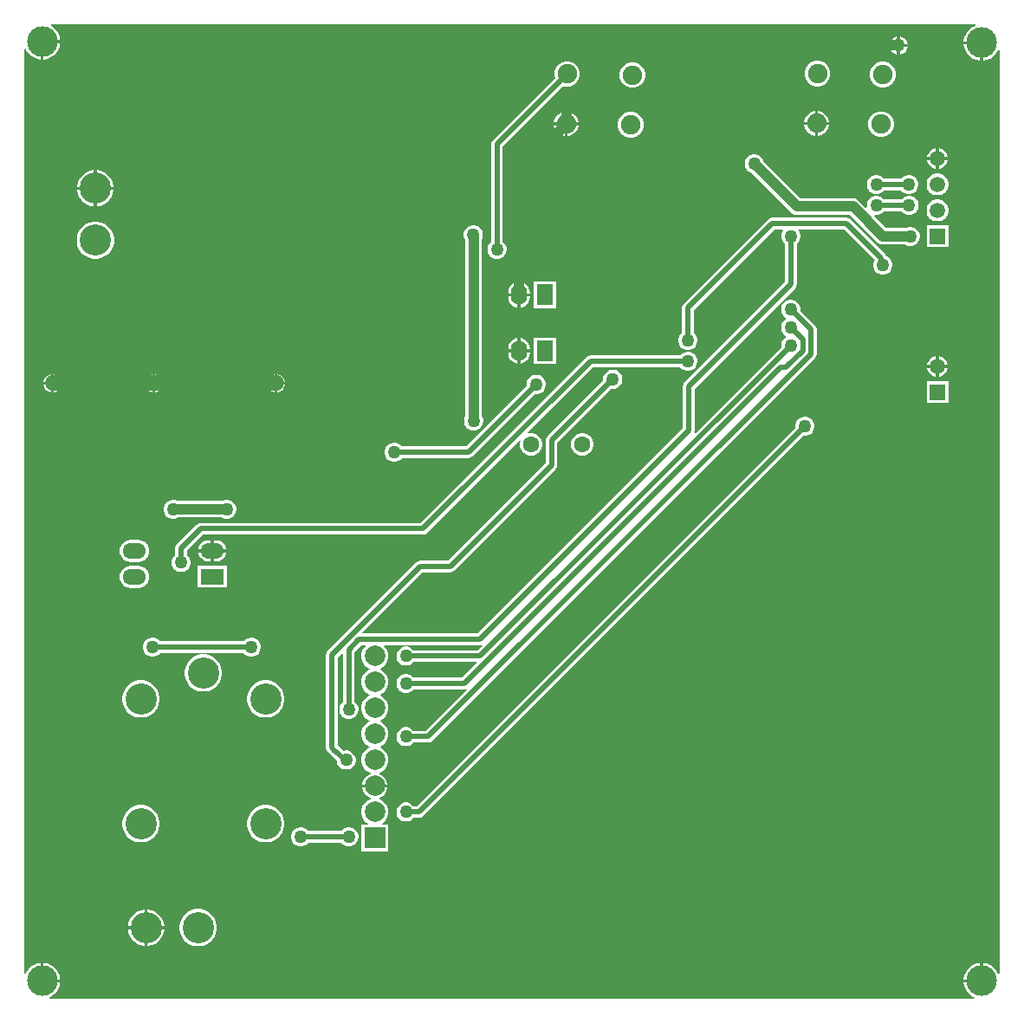
<source format=gbl>
G04*
G04 #@! TF.GenerationSoftware,Altium Limited,Altium Designer,24.1.2 (44)*
G04*
G04 Layer_Physical_Order=2*
G04 Layer_Color=16711680*
%FSLAX43Y43*%
%MOMM*%
G71*
G04*
G04 #@! TF.SameCoordinates,54BEDA40-E342-42F5-ADC8-61CD6FAB378A*
G04*
G04*
G04 #@! TF.FilePolarity,Positive*
G04*
G01*
G75*
%ADD62C,0.500*%
%ADD74C,1.500*%
%ADD75C,1.000*%
%ADD77R,2.000X2.000*%
%ADD78C,2.000*%
%ADD79R,1.600X2.000*%
%ADD80O,1.600X2.000*%
%ADD81C,1.905*%
%ADD82C,1.520*%
%ADD83R,1.520X1.520*%
%ADD84C,1.600*%
%ADD85C,3.048*%
%ADD86R,2.286X1.524*%
%ADD87O,2.286X1.524*%
%ADD88C,3.000*%
%ADD89C,1.270*%
G36*
X93778Y95891D02*
X93530Y95788D01*
X93243Y95596D01*
X92999Y95352D01*
X92807Y95065D01*
X92674Y94746D01*
X92607Y94407D01*
Y94384D01*
X94361D01*
Y94234D01*
X94511D01*
Y92480D01*
X94534D01*
X94873Y92547D01*
X95192Y92680D01*
X95479Y92872D01*
X95723Y93116D01*
X95915Y93403D01*
X95966Y93526D01*
X96093Y93500D01*
Y3274D01*
X95966Y3248D01*
X95915Y3371D01*
X95723Y3658D01*
X95479Y3902D01*
X95192Y4094D01*
X94873Y4227D01*
X94534Y4294D01*
X94511D01*
Y2540D01*
X94361D01*
Y2390D01*
X92607D01*
Y2367D01*
X92674Y2028D01*
X92807Y1709D01*
X92999Y1422D01*
X93243Y1178D01*
X93530Y986D01*
X93655Y934D01*
X93630Y807D01*
X3271D01*
X3246Y934D01*
X3371Y986D01*
X3658Y1178D01*
X3902Y1422D01*
X4094Y1709D01*
X4227Y2028D01*
X4294Y2367D01*
Y2390D01*
X2540D01*
Y2540D01*
X2390D01*
Y4294D01*
X2367D01*
X2028Y4227D01*
X1709Y4094D01*
X1422Y3902D01*
X1178Y3658D01*
X986Y3371D01*
X934Y3246D01*
X807Y3271D01*
Y93630D01*
X934Y93655D01*
X986Y93530D01*
X1178Y93243D01*
X1422Y92999D01*
X1709Y92807D01*
X2028Y92674D01*
X2367Y92607D01*
X2390D01*
Y94361D01*
X2540D01*
Y94511D01*
X4294D01*
Y94534D01*
X4227Y94873D01*
X4094Y95192D01*
X3902Y95479D01*
X3658Y95723D01*
X3407Y95891D01*
X3446Y96018D01*
X93753D01*
X93778Y95891D01*
D02*
G37*
%LPC*%
G36*
X86383Y94860D02*
Y94130D01*
X87113D01*
X87061Y94323D01*
X86944Y94526D01*
X86779Y94691D01*
X86576Y94808D01*
X86383Y94860D01*
D02*
G37*
G36*
X86083D02*
X85890Y94808D01*
X85687Y94691D01*
X85522Y94526D01*
X85405Y94323D01*
X85353Y94130D01*
X86083D01*
Y94860D01*
D02*
G37*
G36*
X87113Y93830D02*
X86383D01*
Y93100D01*
X86576Y93152D01*
X86779Y93269D01*
X86944Y93434D01*
X87061Y93637D01*
X87113Y93830D01*
D02*
G37*
G36*
X86083D02*
X85353D01*
X85405Y93637D01*
X85522Y93434D01*
X85687Y93269D01*
X85890Y93152D01*
X86083Y93100D01*
Y93830D01*
D02*
G37*
G36*
X4294Y94211D02*
X2690D01*
Y92607D01*
X2713D01*
X3052Y92674D01*
X3371Y92807D01*
X3658Y92999D01*
X3902Y93243D01*
X4094Y93530D01*
X4227Y93849D01*
X4294Y94188D01*
Y94211D01*
D02*
G37*
G36*
X94211Y94084D02*
X92607D01*
Y94061D01*
X92674Y93722D01*
X92807Y93403D01*
X92999Y93116D01*
X93243Y92872D01*
X93530Y92680D01*
X93849Y92547D01*
X94188Y92480D01*
X94211D01*
Y94084D01*
D02*
G37*
G36*
X78473Y92489D02*
X78143D01*
X77825Y92404D01*
X77539Y92239D01*
X77306Y92006D01*
X77141Y91720D01*
X77056Y91402D01*
Y91072D01*
X77141Y90753D01*
X77306Y90468D01*
X77539Y90235D01*
X77825Y90070D01*
X78143Y89984D01*
X78473D01*
X78792Y90070D01*
X79077Y90235D01*
X79310Y90468D01*
X79475Y90753D01*
X79561Y91072D01*
Y91402D01*
X79475Y91720D01*
X79310Y92006D01*
X79077Y92239D01*
X78792Y92404D01*
X78473Y92489D01*
D02*
G37*
G36*
X54013Y92438D02*
X53683D01*
X53365Y92353D01*
X53079Y92188D01*
X52846Y91955D01*
X52681Y91669D01*
X52596Y91351D01*
Y91021D01*
X52658Y90789D01*
X46593Y84725D01*
X46472Y84543D01*
X46429Y84328D01*
Y74797D01*
X46416Y74789D01*
X46242Y74615D01*
X46119Y74402D01*
X46055Y74164D01*
Y73918D01*
X46119Y73680D01*
X46242Y73467D01*
X46416Y73293D01*
X46629Y73170D01*
X46867Y73106D01*
X47113D01*
X47351Y73170D01*
X47564Y73293D01*
X47738Y73467D01*
X47861Y73680D01*
X47925Y73918D01*
Y74164D01*
X47861Y74402D01*
X47738Y74615D01*
X47564Y74789D01*
X47551Y74797D01*
Y84096D01*
X53451Y89996D01*
X53683Y89934D01*
X54013D01*
X54331Y90019D01*
X54617Y90184D01*
X54850Y90417D01*
X55015Y90703D01*
X55100Y91021D01*
Y91351D01*
X55015Y91669D01*
X54850Y91955D01*
X54617Y92188D01*
X54331Y92353D01*
X54013Y92438D01*
D02*
G37*
G36*
X84848Y92388D02*
X84519D01*
X84200Y92302D01*
X83915Y92137D01*
X83681Y91904D01*
X83516Y91619D01*
X83431Y91300D01*
Y90970D01*
X83516Y90652D01*
X83681Y90366D01*
X83915Y90133D01*
X84200Y89968D01*
X84519Y89883D01*
X84848D01*
X85167Y89968D01*
X85453Y90133D01*
X85686Y90366D01*
X85851Y90652D01*
X85936Y90970D01*
Y91300D01*
X85851Y91619D01*
X85686Y91904D01*
X85453Y92137D01*
X85167Y92302D01*
X84848Y92388D01*
D02*
G37*
G36*
X60388Y92337D02*
X60059D01*
X59740Y92252D01*
X59454Y92087D01*
X59221Y91853D01*
X59056Y91568D01*
X58971Y91249D01*
Y90920D01*
X59056Y90601D01*
X59221Y90315D01*
X59454Y90082D01*
X59740Y89917D01*
X60059Y89832D01*
X60388D01*
X60707Y89917D01*
X60992Y90082D01*
X61226Y90315D01*
X61391Y90601D01*
X61476Y90920D01*
Y91249D01*
X61391Y91568D01*
X61226Y91853D01*
X60992Y92087D01*
X60707Y92252D01*
X60388Y92337D01*
D02*
G37*
G36*
X78391Y87566D02*
X78382D01*
Y86510D01*
X79438D01*
Y86519D01*
X79356Y86826D01*
X79197Y87101D01*
X78973Y87325D01*
X78698Y87484D01*
X78391Y87566D01*
D02*
G37*
G36*
X78082D02*
X78073D01*
X77766Y87484D01*
X77491Y87325D01*
X77267Y87101D01*
X77108Y86826D01*
X77025Y86519D01*
Y86510D01*
X78082D01*
Y87566D01*
D02*
G37*
G36*
X53931Y87516D02*
X53922D01*
Y86459D01*
X54978D01*
Y86468D01*
X54896Y86775D01*
X54737Y87050D01*
X54513Y87275D01*
X54237Y87433D01*
X53931Y87516D01*
D02*
G37*
G36*
X53622D02*
X53613D01*
X53306Y87433D01*
X53031Y87275D01*
X52806Y87050D01*
X52648Y86775D01*
X52565Y86468D01*
Y86459D01*
X53622D01*
Y87516D01*
D02*
G37*
G36*
X79438Y86210D02*
X78382D01*
Y85154D01*
X78391D01*
X78698Y85236D01*
X78973Y85395D01*
X79197Y85619D01*
X79356Y85894D01*
X79438Y86201D01*
Y86210D01*
D02*
G37*
G36*
X78082D02*
X77025D01*
Y86201D01*
X77108Y85894D01*
X77267Y85619D01*
X77491Y85395D01*
X77766Y85236D01*
X78073Y85154D01*
X78082D01*
Y86210D01*
D02*
G37*
G36*
X54978Y86159D02*
X53922D01*
Y85103D01*
X53931D01*
X54237Y85185D01*
X54513Y85344D01*
X54737Y85568D01*
X54896Y85844D01*
X54978Y86150D01*
Y86159D01*
D02*
G37*
G36*
X53622D02*
X52565D01*
Y86150D01*
X52648Y85844D01*
X52806Y85568D01*
X53031Y85344D01*
X53306Y85185D01*
X53613Y85103D01*
X53622D01*
Y86159D01*
D02*
G37*
G36*
X84696Y87536D02*
X84366D01*
X84048Y87451D01*
X83762Y87286D01*
X83529Y87053D01*
X83364Y86767D01*
X83279Y86449D01*
Y86119D01*
X83364Y85800D01*
X83529Y85515D01*
X83762Y85282D01*
X84048Y85117D01*
X84366Y85031D01*
X84696D01*
X85015Y85117D01*
X85300Y85282D01*
X85533Y85515D01*
X85698Y85800D01*
X85784Y86119D01*
Y86449D01*
X85698Y86767D01*
X85533Y87053D01*
X85300Y87286D01*
X85015Y87451D01*
X84696Y87536D01*
D02*
G37*
G36*
X60236Y87485D02*
X59906D01*
X59588Y87400D01*
X59302Y87235D01*
X59069Y87002D01*
X58904Y86716D01*
X58819Y86398D01*
Y86068D01*
X58904Y85750D01*
X59069Y85464D01*
X59302Y85231D01*
X59588Y85066D01*
X59906Y84980D01*
X60236D01*
X60554Y85066D01*
X60840Y85231D01*
X61073Y85464D01*
X61238Y85750D01*
X61324Y86068D01*
Y86398D01*
X61238Y86716D01*
X61073Y87002D01*
X60840Y87235D01*
X60554Y87400D01*
X60236Y87485D01*
D02*
G37*
G36*
X90193Y83941D02*
Y83081D01*
X91053D01*
X90988Y83322D01*
X90854Y83554D01*
X90666Y83742D01*
X90434Y83876D01*
X90193Y83941D01*
D02*
G37*
G36*
X89893D02*
X89652Y83876D01*
X89420Y83742D01*
X89232Y83554D01*
X89098Y83322D01*
X89033Y83081D01*
X89893D01*
Y83941D01*
D02*
G37*
G36*
X91053Y82781D02*
X90193D01*
Y81921D01*
X90434Y81986D01*
X90666Y82120D01*
X90854Y82308D01*
X90988Y82540D01*
X91053Y82781D01*
D02*
G37*
G36*
X89893D02*
X89033D01*
X89098Y82540D01*
X89232Y82308D01*
X89420Y82120D01*
X89652Y81986D01*
X89893Y81921D01*
Y82781D01*
D02*
G37*
G36*
X87372Y81326D02*
X87126D01*
X86888Y81262D01*
X86675Y81139D01*
X86501Y80965D01*
X86493Y80952D01*
X84830D01*
X84822Y80965D01*
X84648Y81139D01*
X84435Y81262D01*
X84197Y81326D01*
X83951D01*
X83713Y81262D01*
X83500Y81139D01*
X83326Y80965D01*
X83203Y80752D01*
X83139Y80514D01*
Y80268D01*
X83203Y80030D01*
X83326Y79817D01*
X83500Y79643D01*
X83713Y79520D01*
X83951Y79456D01*
X84197D01*
X84435Y79520D01*
X84648Y79643D01*
X84822Y79817D01*
X84830Y79830D01*
X86493D01*
X86501Y79817D01*
X86675Y79643D01*
X86888Y79520D01*
X87126Y79456D01*
X87372D01*
X87610Y79520D01*
X87823Y79643D01*
X87997Y79817D01*
X88120Y80030D01*
X88184Y80268D01*
Y80514D01*
X88120Y80752D01*
X87997Y80965D01*
X87823Y81139D01*
X87610Y81262D01*
X87372Y81326D01*
D02*
G37*
G36*
X7922Y81788D02*
X7897D01*
Y80160D01*
X9525D01*
Y80185D01*
X9457Y80529D01*
X9323Y80852D01*
X9128Y81143D01*
X8880Y81391D01*
X8589Y81586D01*
X8266Y81720D01*
X7922Y81788D01*
D02*
G37*
G36*
X7597D02*
X7572D01*
X7228Y81720D01*
X6905Y81586D01*
X6614Y81391D01*
X6366Y81143D01*
X6171Y80852D01*
X6037Y80529D01*
X5969Y80185D01*
Y80160D01*
X7597D01*
Y81788D01*
D02*
G37*
G36*
X90183Y81451D02*
X89903D01*
X89634Y81379D01*
X89392Y81239D01*
X89195Y81042D01*
X89055Y80800D01*
X88983Y80531D01*
Y80251D01*
X89055Y79982D01*
X89195Y79740D01*
X89392Y79543D01*
X89634Y79403D01*
X89903Y79331D01*
X90183D01*
X90452Y79403D01*
X90694Y79543D01*
X90891Y79740D01*
X91031Y79982D01*
X91103Y80251D01*
Y80531D01*
X91031Y80800D01*
X90891Y81042D01*
X90694Y81239D01*
X90452Y81379D01*
X90183Y81451D01*
D02*
G37*
G36*
X9525Y79860D02*
X7897D01*
Y78232D01*
X7922D01*
X8266Y78300D01*
X8589Y78434D01*
X8880Y78629D01*
X9128Y78877D01*
X9323Y79168D01*
X9457Y79491D01*
X9525Y79835D01*
Y79860D01*
D02*
G37*
G36*
X7597D02*
X5969D01*
Y79835D01*
X6037Y79491D01*
X6171Y79168D01*
X6366Y78877D01*
X6614Y78629D01*
X6905Y78434D01*
X7228Y78300D01*
X7572Y78232D01*
X7597D01*
Y79860D01*
D02*
G37*
G36*
X72259Y83358D02*
X72013D01*
X71775Y83294D01*
X71562Y83171D01*
X71388Y82997D01*
X71265Y82784D01*
X71201Y82546D01*
Y82300D01*
X71265Y82062D01*
X71388Y81849D01*
X71562Y81675D01*
X71775Y81552D01*
X71899Y81518D01*
X75756Y77661D01*
X75924Y77533D01*
X76118Y77453D01*
X76327Y77425D01*
X81454D01*
X84138Y74740D01*
X84306Y74612D01*
X84500Y74532D01*
X84709Y74504D01*
X86904D01*
X87015Y74440D01*
X87253Y74376D01*
X87499D01*
X87737Y74440D01*
X87950Y74563D01*
X88124Y74737D01*
X88247Y74950D01*
X88311Y75188D01*
Y75434D01*
X88247Y75672D01*
X88124Y75885D01*
X87950Y76059D01*
X87737Y76182D01*
X87499Y76246D01*
X87253D01*
X87015Y76182D01*
X86904Y76118D01*
X85043D01*
X83838Y77323D01*
X83904Y77437D01*
X83951Y77424D01*
X84197D01*
X84435Y77488D01*
X84648Y77611D01*
X84822Y77785D01*
X84830Y77798D01*
X86515D01*
X86523Y77785D01*
X86697Y77611D01*
X86910Y77488D01*
X87148Y77424D01*
X87394D01*
X87632Y77488D01*
X87845Y77611D01*
X88019Y77785D01*
X88142Y77998D01*
X88206Y78236D01*
Y78482D01*
X88142Y78720D01*
X88019Y78933D01*
X87845Y79107D01*
X87632Y79230D01*
X87394Y79294D01*
X87148D01*
X86910Y79230D01*
X86697Y79107D01*
X86523Y78933D01*
X86515Y78920D01*
X84830D01*
X84822Y78933D01*
X84648Y79107D01*
X84435Y79230D01*
X84197Y79294D01*
X83951D01*
X83713Y79230D01*
X83500Y79107D01*
X83326Y78933D01*
X83203Y78720D01*
X83139Y78482D01*
Y78236D01*
X83152Y78189D01*
X83038Y78123D01*
X82359Y78803D01*
X82191Y78931D01*
X81997Y79011D01*
X81788Y79039D01*
X76661D01*
X73041Y82660D01*
X73007Y82784D01*
X72884Y82997D01*
X72710Y83171D01*
X72497Y83294D01*
X72259Y83358D01*
D02*
G37*
G36*
X90183Y78911D02*
X89903D01*
X89634Y78839D01*
X89392Y78699D01*
X89195Y78502D01*
X89055Y78260D01*
X88983Y77991D01*
Y77711D01*
X89055Y77442D01*
X89195Y77200D01*
X89392Y77003D01*
X89634Y76863D01*
X89903Y76791D01*
X90183D01*
X90452Y76863D01*
X90694Y77003D01*
X90891Y77200D01*
X91031Y77442D01*
X91103Y77711D01*
Y77991D01*
X91031Y78260D01*
X90891Y78502D01*
X90694Y78699D01*
X90452Y78839D01*
X90183Y78911D01*
D02*
G37*
G36*
X91103Y76371D02*
X88983D01*
Y74251D01*
X91103D01*
Y76371D01*
D02*
G37*
G36*
X7927Y76754D02*
X7567D01*
X7215Y76684D01*
X6883Y76546D01*
X6584Y76347D01*
X6330Y76093D01*
X6131Y75794D01*
X5993Y75462D01*
X5923Y75110D01*
Y74750D01*
X5993Y74398D01*
X6131Y74066D01*
X6330Y73767D01*
X6584Y73513D01*
X6883Y73314D01*
X7215Y73176D01*
X7567Y73106D01*
X7927D01*
X8279Y73176D01*
X8611Y73314D01*
X8910Y73513D01*
X9164Y73767D01*
X9363Y74066D01*
X9501Y74398D01*
X9571Y74750D01*
Y75110D01*
X9501Y75462D01*
X9363Y75794D01*
X9164Y76093D01*
X8910Y76347D01*
X8611Y76546D01*
X8279Y76684D01*
X7927Y76754D01*
D02*
G37*
G36*
X81153Y77142D02*
X73897D01*
X73682Y77099D01*
X73501Y76978D01*
X65262Y68740D01*
X65141Y68558D01*
X65098Y68343D01*
Y65907D01*
X65085Y65899D01*
X64911Y65725D01*
X64788Y65512D01*
X64724Y65274D01*
Y65028D01*
X64788Y64790D01*
X64911Y64577D01*
X65085Y64403D01*
X65298Y64280D01*
X65536Y64216D01*
X65782D01*
X66020Y64280D01*
X66233Y64403D01*
X66407Y64577D01*
X66530Y64790D01*
X66594Y65028D01*
Y65274D01*
X66530Y65512D01*
X66407Y65725D01*
X66233Y65899D01*
X66220Y65907D01*
Y68111D01*
X74129Y76020D01*
X74918D01*
X74961Y75893D01*
X74850Y75701D01*
X74786Y75463D01*
Y75217D01*
X74850Y74979D01*
X74973Y74766D01*
X75147Y74592D01*
X75160Y74584D01*
Y70873D01*
X65336Y61049D01*
X65214Y60867D01*
X65172Y60652D01*
Y56567D01*
X45107Y36502D01*
X33905D01*
X33856Y36619D01*
X39729Y42492D01*
X42418D01*
X42633Y42535D01*
X42815Y42656D01*
X52721Y52562D01*
X52842Y52744D01*
X52885Y52959D01*
Y55140D01*
X58184Y60439D01*
X58199Y60435D01*
X58445D01*
X58683Y60499D01*
X58896Y60622D01*
X59070Y60796D01*
X59193Y61009D01*
X59257Y61247D01*
Y61493D01*
X59193Y61731D01*
X59070Y61944D01*
X58896Y62118D01*
X58683Y62241D01*
X58445Y62305D01*
X58199D01*
X57961Y62241D01*
X57748Y62118D01*
X57574Y61944D01*
X57451Y61731D01*
X57387Y61493D01*
Y61247D01*
X57391Y61232D01*
X51927Y55769D01*
X51806Y55587D01*
X51763Y55372D01*
Y53191D01*
X42186Y43614D01*
X39497D01*
X39282Y43571D01*
X39100Y43450D01*
X30451Y34800D01*
X30330Y34618D01*
X30287Y34404D01*
Y25325D01*
X30330Y25110D01*
X30451Y24928D01*
X30744Y24636D01*
X30926Y24514D01*
X30927Y24514D01*
X31323Y24118D01*
Y24007D01*
X31387Y23769D01*
X31510Y23556D01*
X31684Y23382D01*
X31897Y23259D01*
X32135Y23195D01*
X32381D01*
X32619Y23259D01*
X32832Y23382D01*
X33006Y23556D01*
X33129Y23769D01*
X33193Y24007D01*
Y24253D01*
X33129Y24491D01*
X33006Y24704D01*
X32832Y24878D01*
X32619Y25001D01*
X32381Y25065D01*
X32135D01*
X31998Y25028D01*
X31598Y25429D01*
X31416Y25550D01*
X31416Y25550D01*
X31409Y25557D01*
Y34172D01*
X31834Y34597D01*
X31951Y34548D01*
Y29839D01*
X31938Y29831D01*
X31764Y29657D01*
X31641Y29444D01*
X31577Y29206D01*
Y28960D01*
X31641Y28722D01*
X31764Y28509D01*
X31938Y28335D01*
X32151Y28212D01*
X32389Y28148D01*
X32635D01*
X32873Y28212D01*
X33086Y28335D01*
X33260Y28509D01*
X33383Y28722D01*
X33447Y28960D01*
Y29206D01*
X33383Y29444D01*
X33260Y29657D01*
X33086Y29831D01*
X33073Y29839D01*
Y34704D01*
X33749Y35380D01*
X34124D01*
X34177Y35253D01*
X34012Y35088D01*
X33841Y34792D01*
X33752Y34461D01*
Y34119D01*
X33841Y33788D01*
X34012Y33492D01*
X34254Y33250D01*
X34533Y33088D01*
X34542Y33020D01*
X34533Y32952D01*
X34254Y32790D01*
X34012Y32548D01*
X33841Y32252D01*
X33752Y31921D01*
Y31579D01*
X33841Y31248D01*
X34012Y30952D01*
X34254Y30710D01*
X34533Y30548D01*
X34542Y30480D01*
X34533Y30412D01*
X34254Y30250D01*
X34012Y30008D01*
X33841Y29712D01*
X33752Y29381D01*
Y29039D01*
X33841Y28708D01*
X34012Y28412D01*
X34254Y28170D01*
X34533Y28008D01*
X34542Y27940D01*
X34533Y27872D01*
X34254Y27710D01*
X34012Y27468D01*
X33841Y27172D01*
X33752Y26841D01*
Y26499D01*
X33841Y26168D01*
X34012Y25872D01*
X34254Y25630D01*
X34533Y25468D01*
X34542Y25400D01*
X34533Y25332D01*
X34254Y25170D01*
X34012Y24928D01*
X33841Y24632D01*
X33752Y24301D01*
Y23959D01*
X33841Y23628D01*
X34012Y23332D01*
X34254Y23090D01*
X34550Y22919D01*
X34621Y22900D01*
Y22773D01*
X34568Y22759D01*
X34282Y22593D01*
X34049Y22360D01*
X33883Y22074D01*
X33798Y21755D01*
Y21740D01*
X35052D01*
X36306D01*
Y21755D01*
X36221Y22074D01*
X36055Y22360D01*
X35822Y22593D01*
X35536Y22759D01*
X35483Y22773D01*
Y22900D01*
X35554Y22919D01*
X35850Y23090D01*
X36092Y23332D01*
X36263Y23628D01*
X36352Y23959D01*
Y24301D01*
X36263Y24632D01*
X36092Y24928D01*
X35850Y25170D01*
X35571Y25332D01*
X35562Y25400D01*
X35571Y25468D01*
X35850Y25630D01*
X36092Y25872D01*
X36263Y26168D01*
X36352Y26499D01*
Y26841D01*
X36263Y27172D01*
X36092Y27468D01*
X35850Y27710D01*
X35571Y27872D01*
X35562Y27940D01*
X35571Y28008D01*
X35850Y28170D01*
X36092Y28412D01*
X36263Y28708D01*
X36352Y29039D01*
Y29381D01*
X36263Y29712D01*
X36092Y30008D01*
X35850Y30250D01*
X35571Y30412D01*
X35562Y30480D01*
X35571Y30548D01*
X35850Y30710D01*
X36092Y30952D01*
X36263Y31248D01*
X36352Y31579D01*
Y31921D01*
X36263Y32252D01*
X36092Y32548D01*
X35850Y32790D01*
X35571Y32952D01*
X35562Y33020D01*
X35571Y33088D01*
X35850Y33250D01*
X36092Y33492D01*
X36263Y33788D01*
X36352Y34119D01*
Y34461D01*
X36263Y34792D01*
X36092Y35088D01*
X35927Y35253D01*
X35980Y35380D01*
X45339D01*
X45486Y35409D01*
X45548Y35292D01*
X45107Y34851D01*
X38856D01*
X38848Y34864D01*
X38674Y35038D01*
X38461Y35161D01*
X38223Y35225D01*
X37977D01*
X37739Y35161D01*
X37526Y35038D01*
X37352Y34864D01*
X37229Y34651D01*
X37165Y34413D01*
Y34167D01*
X37229Y33929D01*
X37352Y33716D01*
X37526Y33542D01*
X37739Y33419D01*
X37977Y33355D01*
X38223D01*
X38461Y33419D01*
X38674Y33542D01*
X38848Y33716D01*
X38856Y33729D01*
X44951D01*
X44999Y33612D01*
X43571Y32184D01*
X38856D01*
X38848Y32197D01*
X38674Y32371D01*
X38461Y32494D01*
X38223Y32558D01*
X37977D01*
X37739Y32494D01*
X37526Y32371D01*
X37352Y32197D01*
X37229Y31984D01*
X37165Y31746D01*
Y31500D01*
X37229Y31262D01*
X37352Y31049D01*
X37526Y30875D01*
X37739Y30752D01*
X37977Y30688D01*
X38223D01*
X38461Y30752D01*
X38674Y30875D01*
X38848Y31049D01*
X38856Y31062D01*
X43803D01*
X43981Y31098D01*
X44045Y30982D01*
X40040Y26977D01*
X38856D01*
X38848Y26990D01*
X38674Y27164D01*
X38461Y27287D01*
X38223Y27351D01*
X37977D01*
X37739Y27287D01*
X37526Y27164D01*
X37352Y26990D01*
X37229Y26777D01*
X37165Y26539D01*
Y26293D01*
X37229Y26055D01*
X37352Y25842D01*
X37526Y25668D01*
X37739Y25545D01*
X37977Y25481D01*
X38223D01*
X38461Y25545D01*
X38674Y25668D01*
X38848Y25842D01*
X38856Y25855D01*
X40272D01*
X40487Y25898D01*
X40669Y26019D01*
X78074Y63424D01*
X78195Y63606D01*
X78238Y63821D01*
Y66214D01*
X78195Y66429D01*
X78074Y66611D01*
X76623Y68061D01*
X76627Y68076D01*
Y68322D01*
X76563Y68560D01*
X76440Y68773D01*
X76266Y68947D01*
X76053Y69070D01*
X75815Y69134D01*
X75569D01*
X75331Y69070D01*
X75118Y68947D01*
X74944Y68773D01*
X74821Y68560D01*
X74757Y68322D01*
Y68076D01*
X74821Y67838D01*
X74944Y67625D01*
X75118Y67451D01*
X75235Y67383D01*
Y67237D01*
X75118Y67169D01*
X74944Y66995D01*
X74821Y66782D01*
X74757Y66544D01*
Y66298D01*
X74821Y66060D01*
X74944Y65847D01*
X75118Y65673D01*
X75235Y65605D01*
Y65459D01*
X75118Y65391D01*
X74944Y65217D01*
X74821Y65004D01*
X74757Y64766D01*
Y64520D01*
X74761Y64505D01*
X66381Y56125D01*
X66264Y56188D01*
X66293Y56334D01*
Y60420D01*
X76118Y70244D01*
X76239Y70426D01*
X76282Y70641D01*
Y74584D01*
X76295Y74592D01*
X76469Y74766D01*
X76592Y74979D01*
X76656Y75217D01*
Y75463D01*
X76592Y75701D01*
X76481Y75893D01*
X76524Y76020D01*
X80921D01*
X83920Y73021D01*
X83838Y72878D01*
X83774Y72640D01*
Y72394D01*
X83838Y72156D01*
X83961Y71943D01*
X84135Y71769D01*
X84348Y71646D01*
X84586Y71582D01*
X84832D01*
X85070Y71646D01*
X85283Y71769D01*
X85457Y71943D01*
X85580Y72156D01*
X85644Y72394D01*
Y72640D01*
X85580Y72878D01*
X85457Y73091D01*
X85283Y73265D01*
X85081Y73382D01*
X85080Y73387D01*
X84958Y73569D01*
X81550Y76978D01*
X81368Y77099D01*
X81153Y77142D01*
D02*
G37*
G36*
X49299Y70839D02*
Y69746D01*
X50212D01*
Y69796D01*
X50176Y70071D01*
X50070Y70328D01*
X49901Y70548D01*
X49681Y70717D01*
X49424Y70823D01*
X49299Y70839D01*
D02*
G37*
G36*
X48999Y70839D02*
X48874Y70823D01*
X48617Y70717D01*
X48397Y70548D01*
X48228Y70328D01*
X48122Y70071D01*
X48086Y69796D01*
Y69746D01*
X48999D01*
Y70839D01*
D02*
G37*
G36*
X50212Y69446D02*
X49299D01*
Y68353D01*
X49424Y68369D01*
X49681Y68475D01*
X49901Y68644D01*
X50070Y68864D01*
X50176Y69121D01*
X50212Y69396D01*
Y69446D01*
D02*
G37*
G36*
X48999D02*
X48086D01*
Y69396D01*
X48122Y69121D01*
X48228Y68864D01*
X48397Y68644D01*
X48617Y68475D01*
X48874Y68369D01*
X48999Y68353D01*
Y69446D01*
D02*
G37*
G36*
X52789Y70896D02*
X50589D01*
Y68296D01*
X52789D01*
Y70896D01*
D02*
G37*
G36*
X49299Y65378D02*
Y64285D01*
X50212D01*
Y64335D01*
X50176Y64610D01*
X50070Y64867D01*
X49901Y65087D01*
X49681Y65256D01*
X49424Y65362D01*
X49299Y65378D01*
D02*
G37*
G36*
X48999Y65378D02*
X48874Y65362D01*
X48617Y65256D01*
X48397Y65087D01*
X48228Y64867D01*
X48122Y64610D01*
X48086Y64335D01*
Y64285D01*
X48999D01*
Y65378D01*
D02*
G37*
G36*
X50212Y63985D02*
X49299D01*
Y62892D01*
X49424Y62908D01*
X49681Y63014D01*
X49901Y63183D01*
X50070Y63403D01*
X50176Y63660D01*
X50212Y63935D01*
Y63985D01*
D02*
G37*
G36*
X48999D02*
X48086D01*
Y63935D01*
X48122Y63660D01*
X48228Y63403D01*
X48397Y63183D01*
X48617Y63014D01*
X48874Y62908D01*
X48999Y62892D01*
Y63985D01*
D02*
G37*
G36*
X52789Y65435D02*
X50589D01*
Y62835D01*
X52789D01*
Y65435D01*
D02*
G37*
G36*
X90193Y63621D02*
Y62761D01*
X91053D01*
X90988Y63002D01*
X90854Y63234D01*
X90666Y63422D01*
X90434Y63556D01*
X90193Y63621D01*
D02*
G37*
G36*
X89893D02*
X89652Y63556D01*
X89420Y63422D01*
X89232Y63234D01*
X89098Y63002D01*
X89033Y62761D01*
X89893D01*
Y63621D01*
D02*
G37*
G36*
X65782Y64054D02*
X65536D01*
X65298Y63990D01*
X65085Y63867D01*
X64911Y63693D01*
X64903Y63680D01*
X56134D01*
X55919Y63637D01*
X55737Y63516D01*
X39519Y47297D01*
X18034D01*
X17819Y47254D01*
X17637Y47133D01*
X15732Y45228D01*
X15611Y45046D01*
X15568Y44831D01*
Y44190D01*
X15555Y44182D01*
X15381Y44008D01*
X15258Y43795D01*
X15194Y43557D01*
Y43311D01*
X15258Y43073D01*
X15381Y42860D01*
X15555Y42686D01*
X15768Y42563D01*
X16006Y42499D01*
X16252D01*
X16490Y42563D01*
X16703Y42686D01*
X16877Y42860D01*
X17000Y43073D01*
X17064Y43311D01*
Y43557D01*
X17000Y43795D01*
X16877Y44008D01*
X16703Y44182D01*
X16690Y44190D01*
Y44599D01*
X18266Y46175D01*
X39751D01*
X39966Y46218D01*
X40148Y46339D01*
X49158Y55350D01*
X49272Y55284D01*
X49232Y55136D01*
Y54846D01*
X49307Y54566D01*
X49452Y54316D01*
X49657Y54111D01*
X49907Y53966D01*
X50187Y53891D01*
X50477D01*
X50757Y53966D01*
X51007Y54111D01*
X51212Y54316D01*
X51357Y54566D01*
X51432Y54846D01*
Y55136D01*
X51357Y55416D01*
X51212Y55666D01*
X51007Y55871D01*
X50757Y56016D01*
X50477Y56091D01*
X50187D01*
X50039Y56051D01*
X49973Y56165D01*
X56366Y62558D01*
X64903D01*
X64911Y62545D01*
X65085Y62371D01*
X65298Y62248D01*
X65536Y62184D01*
X65782D01*
X66020Y62248D01*
X66233Y62371D01*
X66407Y62545D01*
X66530Y62758D01*
X66594Y62996D01*
Y63242D01*
X66530Y63480D01*
X66407Y63693D01*
X66233Y63867D01*
X66020Y63990D01*
X65782Y64054D01*
D02*
G37*
G36*
X91053Y62461D02*
X90193D01*
Y61601D01*
X90434Y61666D01*
X90666Y61800D01*
X90854Y61988D01*
X90988Y62220D01*
X91053Y62461D01*
D02*
G37*
G36*
X89893D02*
X89033D01*
X89098Y62220D01*
X89232Y61988D01*
X89420Y61800D01*
X89652Y61666D01*
X89893Y61601D01*
Y62461D01*
D02*
G37*
G36*
X25550Y61840D02*
Y61110D01*
X26280D01*
X26228Y61303D01*
X26111Y61506D01*
X25946Y61671D01*
X25743Y61788D01*
X25550Y61840D01*
D02*
G37*
G36*
X25250D02*
X25057Y61788D01*
X24854Y61671D01*
X24689Y61506D01*
X24572Y61303D01*
X24520Y61110D01*
X25250D01*
Y61840D01*
D02*
G37*
G36*
X13612D02*
Y61110D01*
X14342D01*
X14290Y61303D01*
X14173Y61506D01*
X14008Y61671D01*
X13805Y61788D01*
X13612Y61840D01*
D02*
G37*
G36*
X13312D02*
X13119Y61788D01*
X12916Y61671D01*
X12751Y61506D01*
X12634Y61303D01*
X12582Y61110D01*
X13312D01*
Y61840D01*
D02*
G37*
G36*
X3706D02*
Y61110D01*
X4436D01*
X4384Y61303D01*
X4267Y61506D01*
X4102Y61671D01*
X3899Y61788D01*
X3706Y61840D01*
D02*
G37*
G36*
X3406D02*
X3213Y61788D01*
X3010Y61671D01*
X2845Y61506D01*
X2728Y61303D01*
X2676Y61110D01*
X3406D01*
Y61840D01*
D02*
G37*
G36*
X26280Y60810D02*
X25550D01*
Y60080D01*
X25743Y60132D01*
X25946Y60249D01*
X26111Y60414D01*
X26228Y60617D01*
X26280Y60810D01*
D02*
G37*
G36*
X25250D02*
X24520D01*
X24572Y60617D01*
X24689Y60414D01*
X24854Y60249D01*
X25057Y60132D01*
X25250Y60080D01*
Y60810D01*
D02*
G37*
G36*
X14342D02*
X13612D01*
Y60080D01*
X13805Y60132D01*
X14008Y60249D01*
X14173Y60414D01*
X14290Y60617D01*
X14342Y60810D01*
D02*
G37*
G36*
X13312D02*
X12582D01*
X12634Y60617D01*
X12751Y60414D01*
X12916Y60249D01*
X13119Y60132D01*
X13312Y60080D01*
Y60810D01*
D02*
G37*
G36*
X4436D02*
X3706D01*
Y60080D01*
X3899Y60132D01*
X4102Y60249D01*
X4267Y60414D01*
X4384Y60617D01*
X4436Y60810D01*
D02*
G37*
G36*
X3406D02*
X2676D01*
X2728Y60617D01*
X2845Y60414D01*
X3010Y60249D01*
X3213Y60132D01*
X3406Y60080D01*
Y60810D01*
D02*
G37*
G36*
X50936Y61780D02*
X50689D01*
X50452Y61717D01*
X50238Y61594D01*
X50064Y61420D01*
X49941Y61206D01*
X49877Y60969D01*
Y60722D01*
X49881Y60707D01*
X43964Y54790D01*
X37713D01*
X37705Y54803D01*
X37531Y54977D01*
X37318Y55100D01*
X37080Y55164D01*
X36834D01*
X36596Y55100D01*
X36383Y54977D01*
X36209Y54803D01*
X36086Y54590D01*
X36022Y54352D01*
Y54106D01*
X36086Y53868D01*
X36209Y53655D01*
X36383Y53481D01*
X36596Y53358D01*
X36834Y53294D01*
X37080D01*
X37318Y53358D01*
X37531Y53481D01*
X37705Y53655D01*
X37713Y53668D01*
X44196D01*
X44411Y53711D01*
X44593Y53832D01*
X50674Y59914D01*
X50689Y59910D01*
X50936D01*
X51173Y59974D01*
X51387Y60097D01*
X51561Y60271D01*
X51684Y60485D01*
X51747Y60722D01*
Y60969D01*
X51684Y61206D01*
X51561Y61420D01*
X51387Y61594D01*
X51173Y61717D01*
X50936Y61780D01*
D02*
G37*
G36*
X91103Y61131D02*
X88983D01*
Y59011D01*
X91103D01*
Y61131D01*
D02*
G37*
G36*
X44811Y76389D02*
X44565D01*
X44327Y76325D01*
X44114Y76202D01*
X43940Y76028D01*
X43817Y75815D01*
X43753Y75577D01*
Y75331D01*
X43817Y75093D01*
X43889Y74968D01*
Y57736D01*
X43833Y57638D01*
X43769Y57400D01*
Y57154D01*
X43833Y56916D01*
X43956Y56703D01*
X44130Y56529D01*
X44343Y56406D01*
X44581Y56342D01*
X44827D01*
X45065Y56406D01*
X45278Y56529D01*
X45452Y56703D01*
X45575Y56916D01*
X45639Y57154D01*
Y57400D01*
X45575Y57638D01*
X45503Y57763D01*
Y74995D01*
X45559Y75093D01*
X45623Y75331D01*
Y75577D01*
X45559Y75815D01*
X45436Y76028D01*
X45262Y76202D01*
X45049Y76325D01*
X44811Y76389D01*
D02*
G37*
G36*
X77212Y57704D02*
X76966D01*
X76728Y57640D01*
X76515Y57517D01*
X76341Y57343D01*
X76218Y57130D01*
X76154Y56892D01*
Y56646D01*
X76158Y56631D01*
X39138Y19611D01*
X38856D01*
X38848Y19624D01*
X38674Y19798D01*
X38461Y19921D01*
X38223Y19985D01*
X37977D01*
X37739Y19921D01*
X37526Y19798D01*
X37352Y19624D01*
X37229Y19411D01*
X37165Y19173D01*
Y18927D01*
X37229Y18689D01*
X37352Y18476D01*
X37526Y18302D01*
X37739Y18179D01*
X37977Y18115D01*
X38223D01*
X38461Y18179D01*
X38674Y18302D01*
X38848Y18476D01*
X38856Y18489D01*
X39370D01*
X39585Y18532D01*
X39767Y18653D01*
X76951Y55838D01*
X76966Y55834D01*
X77212D01*
X77450Y55898D01*
X77663Y56021D01*
X77837Y56195D01*
X77960Y56408D01*
X78024Y56646D01*
Y56892D01*
X77960Y57130D01*
X77837Y57343D01*
X77663Y57517D01*
X77450Y57640D01*
X77212Y57704D01*
D02*
G37*
G36*
X55477Y56091D02*
X55187D01*
X54907Y56016D01*
X54657Y55871D01*
X54452Y55666D01*
X54307Y55416D01*
X54232Y55136D01*
Y54846D01*
X54307Y54566D01*
X54452Y54316D01*
X54657Y54111D01*
X54907Y53966D01*
X55187Y53891D01*
X55477D01*
X55757Y53966D01*
X56007Y54111D01*
X56212Y54316D01*
X56357Y54566D01*
X56432Y54846D01*
Y55136D01*
X56357Y55416D01*
X56212Y55666D01*
X56007Y55871D01*
X55757Y56016D01*
X55477Y56091D01*
D02*
G37*
G36*
X20697Y49576D02*
X20451D01*
X20213Y49512D01*
X20102Y49448D01*
X15839D01*
X15728Y49512D01*
X15490Y49576D01*
X15244D01*
X15006Y49512D01*
X14793Y49389D01*
X14619Y49215D01*
X14496Y49002D01*
X14432Y48764D01*
Y48518D01*
X14496Y48280D01*
X14619Y48067D01*
X14793Y47893D01*
X15006Y47770D01*
X15244Y47706D01*
X15490D01*
X15728Y47770D01*
X15839Y47834D01*
X20102D01*
X20213Y47770D01*
X20451Y47706D01*
X20697D01*
X20935Y47770D01*
X21148Y47893D01*
X21322Y48067D01*
X21445Y48280D01*
X21509Y48518D01*
Y48764D01*
X21445Y49002D01*
X21322Y49215D01*
X21148Y49389D01*
X20935Y49512D01*
X20697Y49576D01*
D02*
G37*
G36*
X19558Y45602D02*
X19327D01*
Y44727D01*
X20563D01*
X20548Y44842D01*
X20445Y45089D01*
X20283Y45302D01*
X20070Y45464D01*
X19823Y45567D01*
X19558Y45602D01*
D02*
G37*
G36*
X19027D02*
X18796D01*
X18531Y45567D01*
X18284Y45464D01*
X18071Y45302D01*
X17909Y45089D01*
X17806Y44842D01*
X17791Y44727D01*
X19027D01*
Y45602D01*
D02*
G37*
G36*
X20563Y44427D02*
X19327D01*
Y43552D01*
X19558D01*
X19823Y43587D01*
X20070Y43690D01*
X20283Y43852D01*
X20445Y44065D01*
X20548Y44312D01*
X20563Y44427D01*
D02*
G37*
G36*
X19027D02*
X17791D01*
X17806Y44312D01*
X17909Y44065D01*
X18071Y43852D01*
X18284Y43690D01*
X18531Y43587D01*
X18796Y43552D01*
X19027D01*
Y44427D01*
D02*
G37*
G36*
X11938Y45648D02*
X11176D01*
X10899Y45612D01*
X10640Y45505D01*
X10419Y45334D01*
X10248Y45113D01*
X10141Y44854D01*
X10105Y44577D01*
X10141Y44300D01*
X10248Y44041D01*
X10419Y43820D01*
X10640Y43649D01*
X10899Y43542D01*
X11176Y43506D01*
X11938D01*
X12215Y43542D01*
X12474Y43649D01*
X12695Y43820D01*
X12866Y44041D01*
X12973Y44300D01*
X13009Y44577D01*
X12973Y44854D01*
X12866Y45113D01*
X12695Y45334D01*
X12474Y45505D01*
X12215Y45612D01*
X11938Y45648D01*
D02*
G37*
G36*
X20620Y43099D02*
X17734D01*
Y40975D01*
X20620D01*
Y43099D01*
D02*
G37*
G36*
X11938Y43108D02*
X11176D01*
X10899Y43072D01*
X10640Y42965D01*
X10419Y42794D01*
X10248Y42573D01*
X10141Y42314D01*
X10105Y42037D01*
X10141Y41760D01*
X10248Y41501D01*
X10419Y41280D01*
X10640Y41109D01*
X10899Y41002D01*
X11176Y40966D01*
X11938D01*
X12215Y41002D01*
X12474Y41109D01*
X12695Y41280D01*
X12866Y41501D01*
X12973Y41760D01*
X13009Y42037D01*
X12973Y42314D01*
X12866Y42573D01*
X12695Y42794D01*
X12474Y42965D01*
X12215Y43072D01*
X11938Y43108D01*
D02*
G37*
G36*
X23110Y36114D02*
X22864D01*
X22626Y36050D01*
X22413Y35927D01*
X22239Y35753D01*
X22231Y35740D01*
X14091D01*
X14083Y35753D01*
X13909Y35927D01*
X13696Y36050D01*
X13458Y36114D01*
X13212D01*
X12974Y36050D01*
X12761Y35927D01*
X12587Y35753D01*
X12464Y35540D01*
X12400Y35302D01*
Y35056D01*
X12464Y34818D01*
X12587Y34605D01*
X12761Y34431D01*
X12974Y34308D01*
X13212Y34244D01*
X13458D01*
X13696Y34308D01*
X13909Y34431D01*
X14083Y34605D01*
X14091Y34618D01*
X22231D01*
X22239Y34605D01*
X22413Y34431D01*
X22626Y34308D01*
X22864Y34244D01*
X23110D01*
X23348Y34308D01*
X23561Y34431D01*
X23735Y34605D01*
X23858Y34818D01*
X23922Y35056D01*
Y35302D01*
X23858Y35540D01*
X23735Y35753D01*
X23561Y35927D01*
X23348Y36050D01*
X23110Y36114D01*
D02*
G37*
G36*
X18468Y34463D02*
X18108D01*
X17756Y34393D01*
X17424Y34255D01*
X17125Y34056D01*
X16871Y33802D01*
X16672Y33503D01*
X16534Y33171D01*
X16464Y32819D01*
Y32459D01*
X16534Y32107D01*
X16672Y31775D01*
X16871Y31476D01*
X17125Y31222D01*
X17424Y31023D01*
X17756Y30885D01*
X18108Y30815D01*
X18468D01*
X18820Y30885D01*
X19152Y31023D01*
X19451Y31222D01*
X19705Y31476D01*
X19904Y31775D01*
X20042Y32107D01*
X20112Y32459D01*
Y32819D01*
X20042Y33171D01*
X19904Y33503D01*
X19705Y33802D01*
X19451Y34056D01*
X19152Y34255D01*
X18820Y34393D01*
X18468Y34463D01*
D02*
G37*
G36*
X24564Y31923D02*
X24204D01*
X23852Y31853D01*
X23520Y31715D01*
X23221Y31516D01*
X22967Y31262D01*
X22768Y30963D01*
X22630Y30631D01*
X22560Y30279D01*
Y29919D01*
X22630Y29567D01*
X22768Y29235D01*
X22967Y28936D01*
X23221Y28682D01*
X23520Y28483D01*
X23852Y28345D01*
X24204Y28275D01*
X24564D01*
X24916Y28345D01*
X25248Y28483D01*
X25547Y28682D01*
X25801Y28936D01*
X26000Y29235D01*
X26138Y29567D01*
X26208Y29919D01*
Y30279D01*
X26138Y30631D01*
X26000Y30963D01*
X25801Y31262D01*
X25547Y31516D01*
X25248Y31715D01*
X24916Y31853D01*
X24564Y31923D01*
D02*
G37*
G36*
X12372D02*
X12012D01*
X11660Y31853D01*
X11328Y31715D01*
X11029Y31516D01*
X10775Y31262D01*
X10576Y30963D01*
X10438Y30631D01*
X10368Y30279D01*
Y29919D01*
X10438Y29567D01*
X10576Y29235D01*
X10775Y28936D01*
X11029Y28682D01*
X11328Y28483D01*
X11660Y28345D01*
X12012Y28275D01*
X12372D01*
X12724Y28345D01*
X13056Y28483D01*
X13355Y28682D01*
X13609Y28936D01*
X13808Y29235D01*
X13946Y29567D01*
X14016Y29919D01*
Y30279D01*
X13946Y30631D01*
X13808Y30963D01*
X13609Y31262D01*
X13355Y31516D01*
X13056Y31715D01*
X12724Y31853D01*
X12372Y31923D01*
D02*
G37*
G36*
X32635Y17572D02*
X32389D01*
X32151Y17508D01*
X31938Y17385D01*
X31764Y17211D01*
X31756Y17198D01*
X28569D01*
X28561Y17211D01*
X28387Y17385D01*
X28174Y17508D01*
X27936Y17572D01*
X27690D01*
X27452Y17508D01*
X27239Y17385D01*
X27065Y17211D01*
X26942Y16998D01*
X26878Y16760D01*
Y16514D01*
X26942Y16276D01*
X27065Y16063D01*
X27239Y15889D01*
X27452Y15766D01*
X27690Y15702D01*
X27936D01*
X28174Y15766D01*
X28387Y15889D01*
X28561Y16063D01*
X28569Y16076D01*
X31756D01*
X31764Y16063D01*
X31938Y15889D01*
X32151Y15766D01*
X32389Y15702D01*
X32635D01*
X32873Y15766D01*
X33086Y15889D01*
X33260Y16063D01*
X33383Y16276D01*
X33447Y16514D01*
Y16760D01*
X33383Y16998D01*
X33260Y17211D01*
X33086Y17385D01*
X32873Y17508D01*
X32635Y17572D01*
D02*
G37*
G36*
X24564Y19731D02*
X24204D01*
X23852Y19661D01*
X23520Y19523D01*
X23221Y19324D01*
X22967Y19070D01*
X22768Y18771D01*
X22630Y18439D01*
X22560Y18087D01*
Y17727D01*
X22630Y17375D01*
X22768Y17043D01*
X22967Y16744D01*
X23221Y16490D01*
X23520Y16291D01*
X23852Y16153D01*
X24204Y16083D01*
X24564D01*
X24916Y16153D01*
X25248Y16291D01*
X25547Y16490D01*
X25801Y16744D01*
X26000Y17043D01*
X26138Y17375D01*
X26208Y17727D01*
Y18087D01*
X26138Y18439D01*
X26000Y18771D01*
X25801Y19070D01*
X25547Y19324D01*
X25248Y19523D01*
X24916Y19661D01*
X24564Y19731D01*
D02*
G37*
G36*
X12372D02*
X12012D01*
X11660Y19661D01*
X11328Y19523D01*
X11029Y19324D01*
X10775Y19070D01*
X10576Y18771D01*
X10438Y18439D01*
X10368Y18087D01*
Y17727D01*
X10438Y17375D01*
X10576Y17043D01*
X10775Y16744D01*
X11029Y16490D01*
X11328Y16291D01*
X11660Y16153D01*
X12012Y16083D01*
X12372D01*
X12724Y16153D01*
X13056Y16291D01*
X13355Y16490D01*
X13609Y16744D01*
X13808Y17043D01*
X13946Y17375D01*
X14016Y17727D01*
Y18087D01*
X13946Y18439D01*
X13808Y18771D01*
X13609Y19070D01*
X13355Y19324D01*
X13056Y19523D01*
X12724Y19661D01*
X12372Y19731D01*
D02*
G37*
G36*
X36306Y21440D02*
X35052D01*
X33798D01*
Y21425D01*
X33883Y21106D01*
X34049Y20820D01*
X34282Y20587D01*
X34568Y20421D01*
X34621Y20407D01*
Y20280D01*
X34550Y20261D01*
X34254Y20090D01*
X34012Y19848D01*
X33841Y19552D01*
X33752Y19221D01*
Y18879D01*
X33841Y18548D01*
X34012Y18252D01*
X34254Y18010D01*
X34380Y17937D01*
X34346Y17810D01*
X33752D01*
Y15210D01*
X36352D01*
Y17810D01*
X35758D01*
X35724Y17937D01*
X35850Y18010D01*
X36092Y18252D01*
X36263Y18548D01*
X36352Y18879D01*
Y19221D01*
X36263Y19552D01*
X36092Y19848D01*
X35850Y20090D01*
X35554Y20261D01*
X35483Y20280D01*
Y20407D01*
X35536Y20421D01*
X35822Y20587D01*
X36055Y20820D01*
X36221Y21106D01*
X36306Y21425D01*
Y21440D01*
D02*
G37*
G36*
X12875Y9525D02*
X12850D01*
Y7897D01*
X14478D01*
Y7922D01*
X14410Y8266D01*
X14276Y8589D01*
X14081Y8880D01*
X13833Y9128D01*
X13542Y9323D01*
X13219Y9457D01*
X12875Y9525D01*
D02*
G37*
G36*
X12550D02*
X12525D01*
X12181Y9457D01*
X11858Y9323D01*
X11567Y9128D01*
X11319Y8880D01*
X11124Y8589D01*
X10990Y8266D01*
X10922Y7922D01*
Y7897D01*
X12550D01*
Y9525D01*
D02*
G37*
G36*
X14478Y7597D02*
X12850D01*
Y5969D01*
X12875D01*
X13219Y6037D01*
X13542Y6171D01*
X13833Y6366D01*
X14081Y6614D01*
X14276Y6905D01*
X14410Y7228D01*
X14478Y7572D01*
Y7597D01*
D02*
G37*
G36*
X12550D02*
X10922D01*
Y7572D01*
X10990Y7228D01*
X11124Y6905D01*
X11319Y6614D01*
X11567Y6366D01*
X11858Y6171D01*
X12181Y6037D01*
X12525Y5969D01*
X12550D01*
Y7597D01*
D02*
G37*
G36*
X17960Y9571D02*
X17600D01*
X17248Y9501D01*
X16916Y9363D01*
X16617Y9164D01*
X16363Y8910D01*
X16164Y8611D01*
X16026Y8279D01*
X15956Y7927D01*
Y7567D01*
X16026Y7215D01*
X16164Y6883D01*
X16363Y6584D01*
X16617Y6330D01*
X16916Y6131D01*
X17248Y5993D01*
X17600Y5923D01*
X17960D01*
X18312Y5993D01*
X18644Y6131D01*
X18943Y6330D01*
X19197Y6584D01*
X19396Y6883D01*
X19534Y7215D01*
X19604Y7567D01*
Y7927D01*
X19534Y8279D01*
X19396Y8611D01*
X19197Y8910D01*
X18943Y9164D01*
X18644Y9363D01*
X18312Y9501D01*
X17960Y9571D01*
D02*
G37*
G36*
X94211Y4294D02*
X94188D01*
X93849Y4227D01*
X93530Y4094D01*
X93243Y3902D01*
X92999Y3658D01*
X92807Y3371D01*
X92674Y3052D01*
X92607Y2713D01*
Y2690D01*
X94211D01*
Y4294D01*
D02*
G37*
G36*
X2713D02*
X2690D01*
Y2690D01*
X4294D01*
Y2713D01*
X4227Y3052D01*
X4094Y3371D01*
X3902Y3658D01*
X3658Y3902D01*
X3371Y4094D01*
X3052Y4227D01*
X2713Y4294D01*
D02*
G37*
%LPD*%
D62*
X46990Y74041D02*
Y84328D01*
X53848Y91186D01*
X44196Y54229D02*
X50812Y60845D01*
X38100Y34290D02*
X45339D01*
X38100Y31623D02*
X43803D01*
X74706Y62526D01*
X75251D01*
X45339Y34290D02*
X75692Y64643D01*
X27813Y16637D02*
X32512D01*
X36957Y54229D02*
X44196D01*
X18034Y46736D02*
X39751D01*
X56134Y63119D02*
X65659D01*
X39751Y46736D02*
X56134Y63119D01*
X65659Y65151D02*
Y68343D01*
X73897Y76581D01*
X52324Y55372D02*
X58322Y61370D01*
X73897Y76581D02*
X81153D01*
X84562Y73172D01*
Y72664D02*
Y73172D01*
Y72664D02*
X84709Y72517D01*
X39497Y43053D02*
X42418D01*
X52324Y52959D01*
Y55372D01*
X16129Y44831D02*
X18034Y46736D01*
X16129Y43434D02*
Y44831D01*
X30848Y25325D02*
Y34404D01*
X39497Y43053D01*
X31141Y25032D02*
X31201D01*
X30848Y25325D02*
X31141Y25032D01*
X31201D02*
X32104Y24130D01*
X32512Y29083D02*
Y34937D01*
X33516Y35941D01*
X32104Y24130D02*
X32258D01*
X33516Y35941D02*
X45339D01*
X65732Y56334D01*
Y60652D01*
X75721Y70641D02*
Y75340D01*
X65732Y60652D02*
X75721Y70641D01*
X75692Y68199D02*
X77677Y66214D01*
X38100Y26416D02*
X40272D01*
X77677Y63821D01*
Y66214D01*
X75692Y66421D02*
X76877Y65236D01*
X38100Y19050D02*
X39370D01*
X77089Y56769D01*
X75251Y62526D02*
X76877Y64152D01*
Y65236D01*
X13335Y35179D02*
X22987D01*
X84074Y78359D02*
X87271D01*
X84074Y80391D02*
X87249D01*
D74*
X3556Y60960D02*
X13462D01*
X25400D01*
D75*
X49181Y69596D02*
Y81718D01*
X59690Y93980D02*
X86233D01*
X49181Y81718D02*
X53772Y86309D01*
Y88062D02*
X59690Y93980D01*
X53772Y86309D02*
Y88062D01*
X44696Y57285D02*
Y75446D01*
Y57285D02*
X44704Y57277D01*
X44688Y75454D02*
X44696Y75446D01*
X84709Y75311D02*
X87376D01*
X76327Y78232D02*
X81788D01*
X84709Y75311D01*
X72136Y82423D02*
X76327Y78232D01*
X15367Y48641D02*
X20574D01*
D77*
X35052Y16510D02*
D03*
D78*
Y19050D02*
D03*
Y21590D02*
D03*
Y24130D02*
D03*
Y26670D02*
D03*
Y29210D02*
D03*
Y31750D02*
D03*
Y34290D02*
D03*
D79*
X51689Y69596D02*
D03*
Y64135D02*
D03*
D80*
X49149Y69596D02*
D03*
Y64135D02*
D03*
D81*
X60223Y91084D02*
D03*
X53772Y86309D02*
D03*
X53848Y91186D02*
D03*
X60071Y86233D02*
D03*
X84531Y86284D02*
D03*
X78308Y91237D02*
D03*
X78232Y86360D02*
D03*
X84684Y91135D02*
D03*
D82*
X90043Y82931D02*
D03*
Y80391D02*
D03*
Y77851D02*
D03*
Y62611D02*
D03*
D83*
Y75311D02*
D03*
Y60071D02*
D03*
D84*
X50332Y54991D02*
D03*
X55332D02*
D03*
D85*
X24384Y30099D02*
D03*
X12192Y17907D02*
D03*
X18288Y32639D02*
D03*
X24384Y17907D02*
D03*
X12192Y30099D02*
D03*
X17780Y7747D02*
D03*
X12700D02*
D03*
X7747Y74930D02*
D03*
Y80010D02*
D03*
D86*
X19177Y42037D02*
D03*
D87*
Y44577D02*
D03*
X11557D02*
D03*
Y42037D02*
D03*
D88*
X2540Y94361D02*
D03*
X94361Y94234D02*
D03*
Y2540D02*
D03*
X2540D02*
D03*
D89*
X46990Y74041D02*
D03*
X50812Y60845D02*
D03*
X27813Y16637D02*
D03*
X32512D02*
D03*
X36957Y54229D02*
D03*
X44704Y57277D02*
D03*
X65659Y65151D02*
D03*
Y63119D02*
D03*
X58322Y61370D02*
D03*
X72136Y82423D02*
D03*
X87376Y75311D02*
D03*
X3556Y60960D02*
D03*
X86233Y93980D02*
D03*
X25400Y60960D02*
D03*
X13462D02*
D03*
X44688Y75454D02*
D03*
X16129Y43434D02*
D03*
X32512Y29083D02*
D03*
X32258Y24130D02*
D03*
X75692Y68199D02*
D03*
Y66421D02*
D03*
X77089Y56769D02*
D03*
X38100Y26416D02*
D03*
Y19050D02*
D03*
Y31623D02*
D03*
Y34290D02*
D03*
X84709Y72517D02*
D03*
X75692Y64643D02*
D03*
X75721Y75340D02*
D03*
X20574Y48641D02*
D03*
X15367D02*
D03*
X22987Y35179D02*
D03*
X13335D02*
D03*
X84074Y78359D02*
D03*
Y80391D02*
D03*
X87271Y78359D02*
D03*
X87249Y80391D02*
D03*
M02*

</source>
